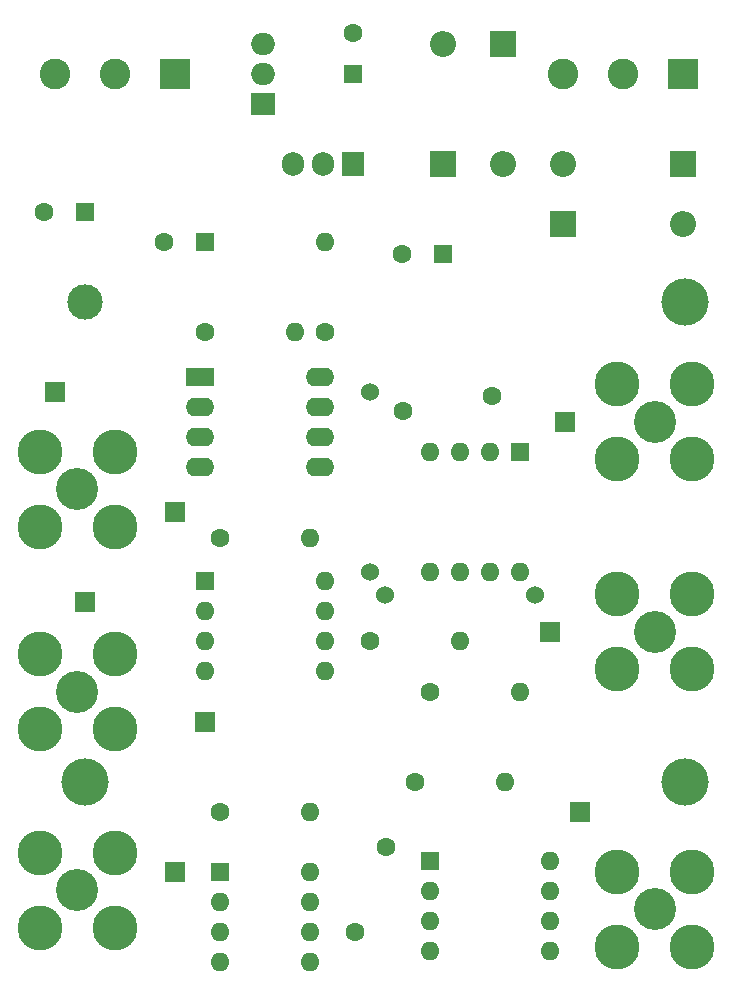
<source format=gbr>
%TF.GenerationSoftware,KiCad,Pcbnew,(6.0.9)*%
%TF.CreationDate,2023-04-20T10:47:30+05:30*%
%TF.ProjectId,CT,43542e6b-6963-4616-945f-706362585858,rev?*%
%TF.SameCoordinates,Original*%
%TF.FileFunction,Soldermask,Bot*%
%TF.FilePolarity,Negative*%
%FSLAX46Y46*%
G04 Gerber Fmt 4.6, Leading zero omitted, Abs format (unit mm)*
G04 Created by KiCad (PCBNEW (6.0.9)) date 2023-04-20 10:47:30*
%MOMM*%
%LPD*%
G01*
G04 APERTURE LIST*
G04 Aperture macros list*
%AMHorizOval*
0 Thick line with rounded ends*
0 $1 width*
0 $2 $3 position (X,Y) of the first rounded end (center of the circle)*
0 $4 $5 position (X,Y) of the second rounded end (center of the circle)*
0 Add line between two ends*
20,1,$1,$2,$3,$4,$5,0*
0 Add two circle primitives to create the rounded ends*
1,1,$1,$2,$3*
1,1,$1,$4,$5*%
G04 Aperture macros list end*
%ADD10C,1.600000*%
%ADD11O,1.600000X1.600000*%
%ADD12R,1.600000X1.600000*%
%ADD13C,3.556000*%
%ADD14C,3.810000*%
%ADD15R,1.700000X1.700000*%
%ADD16R,2.400000X1.600000*%
%ADD17O,2.400000X1.600000*%
%ADD18C,3.000000*%
%ADD19R,2.200000X2.200000*%
%ADD20O,2.200000X2.200000*%
%ADD21C,1.524000*%
%ADD22R,2.600000X2.600000*%
%ADD23C,2.600000*%
%ADD24C,4.000000*%
%ADD25R,1.905000X2.000000*%
%ADD26O,1.905000X2.000000*%
%ADD27HorizOval,1.600000X0.000000X0.000000X0.000000X0.000000X0*%
%ADD28HorizOval,1.600000X0.000000X0.000000X0.000000X0.000000X0*%
%ADD29R,2.000000X1.905000*%
%ADD30O,2.000000X1.905000*%
G04 APERTURE END LIST*
D10*
%TO.C,R1*%
X67310000Y-139700000D03*
D11*
X74930000Y-139700000D03*
%TD*%
D12*
%TO.C,U8*%
X85090000Y-143853000D03*
D11*
X85090000Y-146393000D03*
X85090000Y-148933000D03*
X85090000Y-151473000D03*
X95250000Y-151473000D03*
X95250000Y-148933000D03*
X95250000Y-146393000D03*
X95250000Y-143853000D03*
%TD*%
D13*
%TO.C,J6*%
X104140000Y-147955000D03*
D14*
X100965000Y-151130000D03*
X107315000Y-144780000D03*
X107315000Y-151130000D03*
X100965000Y-144780000D03*
%TD*%
D10*
%TO.C,R8*%
X76200000Y-99060000D03*
D11*
X76200000Y-91440000D03*
%TD*%
D15*
%TO.C,TP8*%
X96520000Y-106680000D03*
%TD*%
D10*
%TO.C,R9*%
X85080000Y-129540000D03*
D11*
X92700000Y-129540000D03*
%TD*%
D16*
%TO.C,U5*%
X65620000Y-102880000D03*
D17*
X65620000Y-105420000D03*
X65620000Y-107960000D03*
X65620000Y-110500000D03*
X75780000Y-110500000D03*
X75780000Y-107960000D03*
X75780000Y-105420000D03*
X75780000Y-102880000D03*
%TD*%
D18*
%TO.C,*%
X106680000Y-137160000D03*
%TD*%
D13*
%TO.C,J3*%
X55245000Y-112395000D03*
D14*
X58420000Y-115570000D03*
X52070000Y-109220000D03*
X52070000Y-115570000D03*
X58420000Y-109220000D03*
%TD*%
D10*
%TO.C,R6*%
X67310000Y-116500000D03*
D11*
X74930000Y-116500000D03*
%TD*%
D19*
%TO.C,D1*%
X96389290Y-89962300D03*
D20*
X106549290Y-89962300D03*
%TD*%
D21*
%TO.C,U9*%
X80000000Y-119380000D03*
X80000000Y-104140000D03*
%TD*%
D22*
%TO.C,J2*%
X106549290Y-77262300D03*
D23*
X101469290Y-77262300D03*
X96389290Y-77262300D03*
%TD*%
D24*
%TO.C,*%
X106680000Y-137160000D03*
%TD*%
D13*
%TO.C,J1*%
X55245000Y-146342000D03*
D14*
X52070000Y-143167000D03*
X58420000Y-143167000D03*
X58420000Y-149517000D03*
X52070000Y-149517000D03*
%TD*%
D12*
%TO.C,C1*%
X86229290Y-92502300D03*
D10*
X82729290Y-92502300D03*
%TD*%
%TO.C,R7*%
X80010000Y-125260000D03*
D11*
X87630000Y-125260000D03*
%TD*%
D24*
%TO.C,*%
X55880000Y-137160000D03*
%TD*%
D12*
%TO.C,C4*%
X55880000Y-88900000D03*
D10*
X52380000Y-88900000D03*
%TD*%
D15*
%TO.C,TP5*%
X55880000Y-121920000D03*
%TD*%
%TO.C,TP2*%
X63500000Y-144780000D03*
%TD*%
D12*
%TO.C,C2*%
X78609290Y-77262300D03*
D10*
X78609290Y-73762300D03*
%TD*%
D22*
%TO.C,J5*%
X63505000Y-77262300D03*
D23*
X58425000Y-77262300D03*
X53345000Y-77262300D03*
%TD*%
D19*
%TO.C,D2*%
X106549290Y-84882300D03*
D20*
X96389290Y-84882300D03*
%TD*%
D18*
%TO.C,*%
X55880000Y-137160000D03*
%TD*%
D15*
%TO.C,TP7*%
X95250000Y-124460000D03*
%TD*%
D12*
%TO.C,U1*%
X67320000Y-144780000D03*
D11*
X67320000Y-147320000D03*
X67320000Y-149860000D03*
X67320000Y-152400000D03*
X74940000Y-152400000D03*
X74940000Y-149860000D03*
X74940000Y-147320000D03*
X74940000Y-144780000D03*
%TD*%
D19*
%TO.C,D3*%
X86229290Y-84882300D03*
D20*
X86229290Y-74722300D03*
%TD*%
D25*
%TO.C,U2*%
X78609290Y-84882300D03*
D26*
X76069290Y-84882300D03*
X73529290Y-84882300D03*
%TD*%
D24*
%TO.C,J9*%
X106680000Y-96520000D03*
%TD*%
D18*
%TO.C,*%
X55880000Y-96520000D03*
%TD*%
D10*
%TO.C,R2*%
X78740000Y-149860000D03*
D27*
X81346193Y-142699542D03*
%TD*%
D10*
%TO.C,R3*%
X83820000Y-137160000D03*
D11*
X91440000Y-137160000D03*
%TD*%
D10*
%TO.C,R5*%
X82800000Y-105800000D03*
D28*
X90304235Y-104476801D03*
%TD*%
D15*
%TO.C,TP3*%
X66040000Y-132080000D03*
%TD*%
D12*
%TO.C,C3*%
X66040000Y-91440000D03*
D10*
X62540000Y-91440000D03*
%TD*%
D19*
%TO.C,D4*%
X91309290Y-74722300D03*
D20*
X91309290Y-84882300D03*
%TD*%
D15*
%TO.C,TP6*%
X97790000Y-139700000D03*
%TD*%
D10*
%TO.C,R4*%
X66020000Y-99060000D03*
D11*
X73640000Y-99060000D03*
%TD*%
D29*
%TO.C,U3*%
X70989290Y-79802300D03*
D30*
X70989290Y-77262300D03*
X70989290Y-74722300D03*
%TD*%
D12*
%TO.C,U7*%
X92700000Y-109200000D03*
D11*
X90160000Y-109200000D03*
X87620000Y-109200000D03*
X85080000Y-109200000D03*
X85080000Y-119360000D03*
X87620000Y-119360000D03*
X90160000Y-119360000D03*
X92700000Y-119360000D03*
%TD*%
D15*
%TO.C,TP4*%
X53340000Y-104140000D03*
%TD*%
%TO.C,TP1*%
X63500000Y-114300000D03*
%TD*%
D13*
%TO.C,J4*%
X55245000Y-129540000D03*
D14*
X58420000Y-132715000D03*
X52070000Y-132715000D03*
X52070000Y-126365000D03*
X58420000Y-126365000D03*
%TD*%
D12*
%TO.C,U6*%
X66020000Y-120180000D03*
D11*
X66020000Y-122720000D03*
X66020000Y-125260000D03*
X66020000Y-127800000D03*
X76180000Y-127800000D03*
X76180000Y-125260000D03*
X76180000Y-122720000D03*
X76180000Y-120180000D03*
%TD*%
D21*
%TO.C,U4*%
X81280000Y-121300000D03*
X93980000Y-121300000D03*
%TD*%
D13*
%TO.C,J8*%
X104140000Y-106680000D03*
D14*
X100965000Y-103505000D03*
X100965000Y-109855000D03*
X107315000Y-103505000D03*
X107315000Y-109855000D03*
%TD*%
D13*
%TO.C,J7*%
X104140000Y-124460000D03*
D14*
X107315000Y-127635000D03*
X100965000Y-127635000D03*
X100965000Y-121285000D03*
X107315000Y-121285000D03*
%TD*%
M02*

</source>
